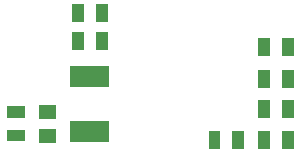
<source format=gbp>
G04 Layer: BottomPasteMaskLayer*
G04 EasyEDA v6.4.7, 2020-11-07T10:37:38+03:00*
G04 1389fe0e608b4a92a316d8f3135ec2f9,c683d62568ac4463b913f09dc326db1e,10*
G04 Gerber Generator version 0.2*
G04 Scale: 100 percent, Rotated: No, Reflected: No *
G04 Dimensions in millimeters *
G04 leading zeros omitted , absolute positions ,3 integer and 3 decimal *
%FSLAX33Y33*%
%MOMM*%
G90*
D02*


%LPD*%
G36*
G01X10922Y11068D02*
G01X10922Y9288D01*
G01X14223Y9288D01*
G01X14223Y11068D01*
G01X10922Y11068D01*
G37*
G36*
G01X10922Y6459D02*
G01X10922Y4679D01*
G01X14223Y4679D01*
G01X14223Y6459D01*
G01X10922Y6459D01*
G37*
G36*
G01X9741Y4626D02*
G01X9741Y5787D01*
G01X8292Y5787D01*
G01X8292Y4626D01*
G01X9741Y4626D01*
G37*
G36*
G01X9741Y6658D02*
G01X9741Y7819D01*
G01X8292Y7819D01*
G01X8292Y6658D01*
G01X9741Y6658D01*
G37*
G36*
G01X13072Y14845D02*
G01X14072Y14845D01*
G01X14072Y16396D01*
G01X13072Y16396D01*
G01X13072Y14845D01*
G37*
G36*
G01X11073Y14845D02*
G01X12073Y14845D01*
G01X12073Y16396D01*
G01X11073Y16396D01*
G01X11073Y14845D01*
G37*
G36*
G01X13072Y12432D02*
G01X14072Y12432D01*
G01X14072Y13983D01*
G01X13072Y13983D01*
G01X13072Y12432D01*
G37*
G36*
G01X11073Y12432D02*
G01X12073Y12432D01*
G01X12073Y13983D01*
G01X11073Y13983D01*
G01X11073Y12432D01*
G37*
G36*
G01X27821Y5601D02*
G01X26821Y5601D01*
G01X26821Y4050D01*
G01X27821Y4050D01*
G01X27821Y5601D01*
G37*
G36*
G01X29820Y5601D02*
G01X28820Y5601D01*
G01X28820Y4050D01*
G01X29820Y4050D01*
G01X29820Y5601D01*
G37*
G36*
G01X5574Y5723D02*
G01X5574Y4723D01*
G01X7125Y4723D01*
G01X7125Y5723D01*
G01X5574Y5723D01*
G37*
G36*
G01X5574Y7722D02*
G01X5574Y6722D01*
G01X7125Y6722D01*
G01X7125Y7722D01*
G01X5574Y7722D01*
G37*
G36*
G01X28820Y6717D02*
G01X29820Y6717D01*
G01X29820Y8268D01*
G01X28820Y8268D01*
G01X28820Y6717D01*
G37*
G36*
G01X26821Y6717D02*
G01X27821Y6717D01*
G01X27821Y8268D01*
G01X26821Y8268D01*
G01X26821Y6717D01*
G37*
G36*
G01X24629Y4050D02*
G01X25629Y4050D01*
G01X25629Y5601D01*
G01X24629Y5601D01*
G01X24629Y4050D01*
G37*
G36*
G01X22630Y4050D02*
G01X23630Y4050D01*
G01X23630Y5601D01*
G01X22630Y5601D01*
G01X22630Y4050D01*
G37*
G36*
G01X28820Y9257D02*
G01X29820Y9257D01*
G01X29820Y10808D01*
G01X28820Y10808D01*
G01X28820Y9257D01*
G37*
G36*
G01X26821Y9257D02*
G01X27821Y9257D01*
G01X27821Y10808D01*
G01X26821Y10808D01*
G01X26821Y9257D01*
G37*
G36*
G01X28820Y11924D02*
G01X29820Y11924D01*
G01X29820Y13475D01*
G01X28820Y13475D01*
G01X28820Y11924D01*
G37*
G36*
G01X26821Y11924D02*
G01X27821Y11924D01*
G01X27821Y13475D01*
G01X26821Y13475D01*
G01X26821Y11924D01*
G37*
M00*
M02*

</source>
